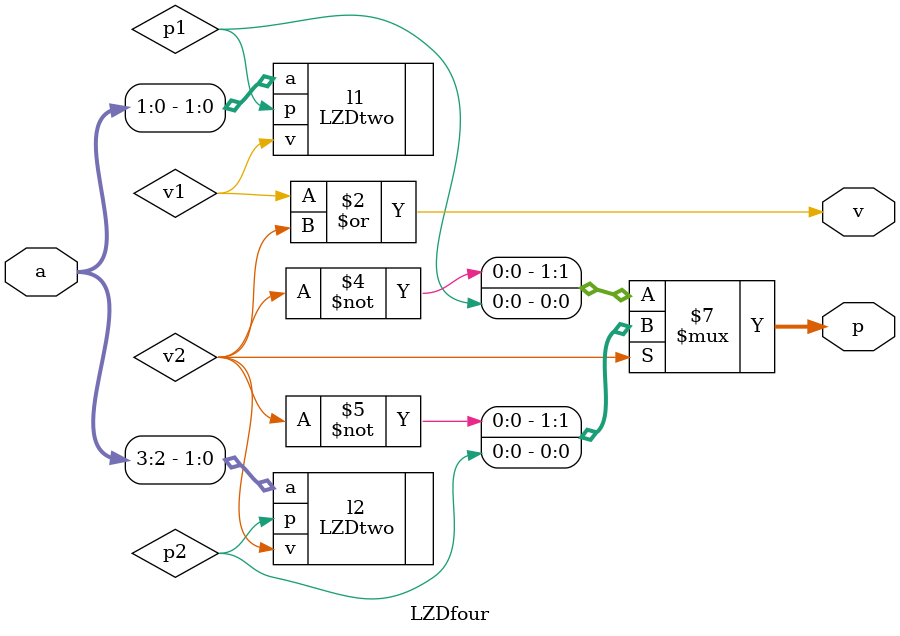
<source format=v>
`timescale 1ns / 1ps


module LZDfour(
    input [3:0] a,
    output reg [1:0] p,
    output reg v
    
    );
    
   wire p2,p1,v2,v1;
//   initial begin
////      p=0;
////      v=0;
////      end
 always@(a,p1,v1,p2,v2) begin
          v= v1 | v2;
           if (v2==0)begin
            p= {{~v2}, {p1}};
            end
            else begin
           p= {{~v2}, {p2}};
            end
         
           end
  
    LZDtwo l2(
    .a(a[3:2]),
    .p(p2),
    .v(v2));
    
    LZDtwo l1(
    .a(a[1:0]),
    .p(p1),
    .v(v1)
    );
   
    
   
    
endmodule

</source>
